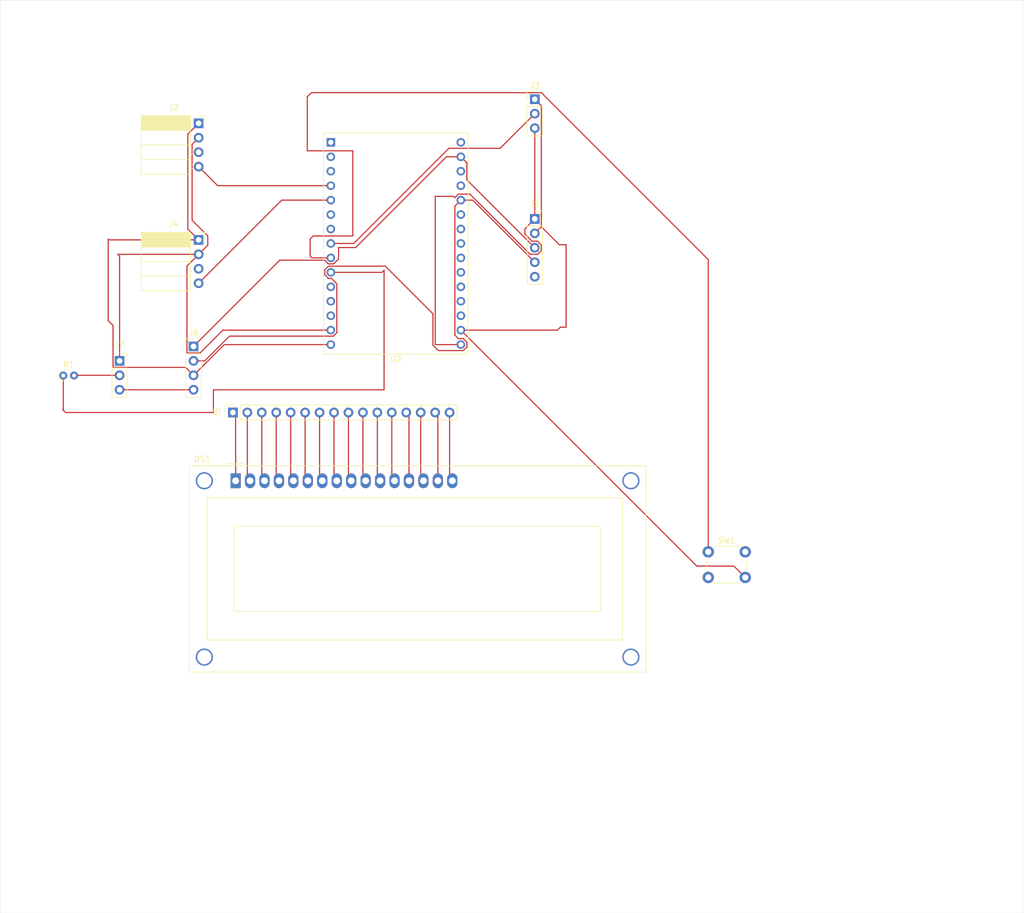
<source format=kicad_pcb>
(kicad_pcb (version 20241229) (generator "pcbnew") (generator_version "9.0")
  (layers (0 "F.Cu" signal) (2 "B.Cu" signal) (13 "F.Paste" user) (15 "B.Paste" user) (5 "F.SilkS" user "F.Silkscreen") (7 "B.SilkS" user "B.Silkscreen") (1 "F.Mask" user) (3 "B.Mask" user) (25 "Edge.Cuts" user))
  (net 0 "")
  (net 4 "SDA")
  (net 14 "SCL")
  (net 17 "3V")
  (net 19 "T_E")
  (net 20 "DIN_B")
  (net 23 "INT")
  (net 25 "5v")
  (net 26 "GND")
  (net 27 "AO_mq7")
  (net 28 "DO_mq7")
  (net 29 "AO_dht")
  (net 30 "DO_mq135")
  (net 31 "AO_mq135")
  (net 32 "VDD")
  (net 33 "VSS")
  (net 34 "A")
  (net 35 "E")
  (net 36 "V0")
  (net 37 "RW")
  (net 38 "K")
  (net 39 "RS")
  (net 40 "D4")
  (net 41 "D6")
  (net 42 "D3")
  (net 43 "D2")
  (net 44 "D7")
  (net 45 "D0")
  (net 46 "D1")
  (net 47 "D5")
  (net 49 "DIN_T")
  (net 50 "DOUT_T")
  (footprint "Connector_PinHeader_2.54mm:PinHeader_1x04_P2.54mm_Vertical" (layer "F.Cu") (at 75 115.38)
    (property "Reference" "J6" (at 0 -2.38 0) (layer "F.SilkS"))
    (property "Value" "I2C Output")
    (fp_line (start -1.38 -1.38) (end 0 -1.38) (stroke (width 0.12)) (layer "F.SilkS"))
    (fp_line (start -1.38 0) (end -1.38 -1.38) (stroke (width 0.12)) (layer "F.SilkS"))
    (fp_line (start -1.38 1.27) (end -1.38 9) (stroke (width 0.12)) (layer "F.SilkS"))
    (fp_line (start -1.38 1.27) (end 1.38 1.27) (stroke (width 0.12)) (layer "F.SilkS"))
    (fp_line (start -1.38 9) (end 1.38 9) (stroke (width 0.12)) (layer "F.SilkS"))
    (fp_line (start 1.38 1.27) (end 1.38 9) (stroke (width 0.12)) (layer "F.SilkS"))
    (pad "1" thru_hole rect (at 0 0) (size 1.7 1.7) (drill 1) (layers "*.Cu" "*.Mask") (net 14 "SCL"))
    (pad "2" thru_hole circle (at 0 2.54) (size 1.7 1.7) (drill 1) (layers "*.Cu" "*.Mask") (net 4 "SDA"))
    (pad "3" thru_hole circle (at 0 5.08) (size 1.7 1.7) (drill 1) (layers "*.Cu" "*.Mask") (net 25 "5v"))
    (pad "4" thru_hole circle (at 0 7.62) (size 1.7 1.7) (drill 1) (layers "*.Cu" "*.Mask") (net 19 "T_E"))
  )
  (footprint "RF_Module:ESP32-C3-DevKitM-1" (layer "F.Cu") (at 99.14 79.5)
    (property "Reference" "U2" (at 11.43 38.1 0) (layer "F.SilkS"))
    (property "Value" "ESP32 NodeMCU")
    (fp_line (start -1.27 -1.68) (end 24.13 -1.68) (stroke (width 0.12)) (layer "F.SilkS"))
    (fp_line (start -1.27 37.24) (end -1.27 -1.68) (stroke (width 0.12)) (layer "F.SilkS"))
    (fp_line (start 24.13 -1.68) (end 24.13 37.24) (stroke (width 0.12)) (layer "F.SilkS"))
    (fp_line (start 24.13 37.24) (end -1.27 37.24) (stroke (width 0.12)) (layer "F.SilkS"))
    (pad "1" thru_hole rect (at 0 0) (size 1.5 1.5) (drill 0.9) (layers "*.Cu" "*.Mask"))
    (pad "2" thru_hole circle (at 0 2.54) (size 1.5 1.5) (drill 0.9) (layers "*.Cu" "*.Mask"))
    (pad "3" thru_hole circle (at 0 5.08) (size 1.5 1.5) (drill 0.9) (layers "*.Cu" "*.Mask"))
    (pad "4" thru_hole circle (at 0 7.62) (size 1.5 1.5) (drill 0.9) (layers "*.Cu" "*.Mask") (net 27 "AO_mq7"))
    (pad "5" thru_hole circle (at 0 10.16) (size 1.5 1.5) (drill 0.9) (layers "*.Cu" "*.Mask") (net 31 "AO_mq135"))
    (pad "6" thru_hole circle (at 0 12.7) (size 1.5 1.5) (drill 0.9) (layers "*.Cu" "*.Mask"))
    (pad "7" thru_hole circle (at 0 15.24) (size 1.5 1.5) (drill 0.9) (layers "*.Cu" "*.Mask"))
    (pad "8" thru_hole circle (at 0 17.78) (size 1.5 1.5) (drill 0.9) (layers "*.Cu" "*.Mask") (net 29 "AO_dht"))
    (pad "9" thru_hole circle (at 0 20.32) (size 1.5 1.5) (drill 0.9) (layers "*.Cu" "*.Mask") (net 20 "DIN_B"))
    (pad "10" thru_hole circle (at 0 22.86) (size 1.5 1.5) (drill 0.9) (layers "*.Cu" "*.Mask") (net 50 "DOUT_T"))
    (pad "11" thru_hole circle (at 0 25.4) (size 1.5 1.5) (drill 0.9) (layers "*.Cu" "*.Mask"))
    (pad "12" thru_hole circle (at 0 27.94) (size 1.5 1.5) (drill 0.9) (layers "*.Cu" "*.Mask"))
    (pad "13" thru_hole circle (at 0 30.48) (size 1.5 1.5) (drill 0.9) (layers "*.Cu" "*.Mask"))
    (pad "14" thru_hole circle (at 0 33.02) (size 1.5 1.5) (drill 0.9) (layers "*.Cu" "*.Mask") (net 26 "GND"))
    (pad "15" thru_hole circle (at 0 35.56) (size 1.5 1.5) (drill 0.9) (layers "*.Cu" "*.Mask") (net 25 "5v"))
    (pad "16" thru_hole circle (at 22.86 35.56) (size 1.5 1.5) (drill 0.9) (layers "*.Cu" "*.Mask") (net 17 "3V"))
    (pad "17" thru_hole circle (at 22.86 33.02) (size 1.5 1.5) (drill 0.9) (layers "*.Cu" "*.Mask") (net 26 "GND"))
    (pad "18" thru_hole circle (at 22.86 30.48) (size 1.5 1.5) (drill 0.9) (layers "*.Cu" "*.Mask"))
    (pad "19" thru_hole circle (at 22.86 27.94) (size 1.5 1.5) (drill 0.9) (layers "*.Cu" "*.Mask"))
    (pad "20" thru_hole circle (at 22.86 25.4) (size 1.5 1.5) (drill 0.9) (layers "*.Cu" "*.Mask"))
    (pad "21" thru_hole circle (at 22.86 22.86) (size 1.5 1.5) (drill 0.9) (layers "*.Cu" "*.Mask"))
    (pad "22" thru_hole circle (at 22.86 20.32) (size 1.5 1.5) (drill 0.9) (layers "*.Cu" "*.Mask"))
    (pad "23" thru_hole circle (at 22.86 17.78) (size 1.5 1.5) (drill 0.9) (layers "*.Cu" "*.Mask"))
    (pad "24" thru_hole circle (at 22.86 15.24) (size 1.5 1.5) (drill 0.9) (layers "*.Cu" "*.Mask"))
    (pad "25" thru_hole circle (at 22.86 12.7) (size 1.5 1.5) (drill 0.9) (layers "*.Cu" "*.Mask"))
    (pad "26" thru_hole circle (at 22.86 10.16) (size 1.5 1.5) (drill 0.9) (layers "*.Cu" "*.Mask") (net 4 "SDA"))
    (pad "27" thru_hole circle (at 22.86 7.62) (size 1.5 1.5) (drill 0.9) (layers "*.Cu" "*.Mask"))
    (pad "28" thru_hole circle (at 22.86 5.08) (size 1.5 1.5) (drill 0.9) (layers "*.Cu" "*.Mask"))
    (pad "29" thru_hole circle (at 22.86 2.54) (size 1.5 1.5) (drill 0.9) (layers "*.Cu" "*.Mask") (net 14 "SCL"))
    (pad "30" thru_hole circle (at 22.86 0) (size 1.5 1.5) (drill 0.9) (layers "*.Cu" "*.Mask"))
  )
  (footprint "Display:WC1602A" (layer "F.Cu") (at 82.4 139)
    (property "Reference" "DS1" (at -5.82 -3.81 0) (layer "F.SilkS"))
    (property "Value" "WC1602A" (hide yes))
    (fp_line (start -8.14 -2.64) (end -8.14 33.64) (stroke (width 0.12)) (layer "F.SilkS"))
    (fp_line (start -8.14 33.64) (end 72.14 33.64) (stroke (width 0.12)) (layer "F.SilkS"))
    (fp_line (start -8.13 -2.64) (end -7.34 -2.64) (stroke (width 0.12)) (layer "F.SilkS"))
    (fp_line (start -5 3) (end 68 3) (stroke (width 0.12)) (layer "F.SilkS"))
    (fp_line (start -5 28) (end -5 3) (stroke (width 0.12)) (layer "F.SilkS"))
    (fp_line (start -1.5 -3) (end 1.5 -3) (stroke (width 0.12)) (layer "F.SilkS"))
    (fp_line (start -0.29972 22.49932) (end -0.29972 8.5) (stroke (width 0.12)) (layer "F.SilkS"))
    (fp_line (start 0.2 8) (end 63.7 8) (stroke (width 0.12)) (layer "F.SilkS"))
    (fp_line (start 63.70066 23) (end 0.2 23) (stroke (width 0.12)) (layer "F.SilkS"))
    (fp_line (start 64.2 8.5) (end 64.2 22.5) (stroke (width 0.12)) (layer "F.SilkS"))
    (fp_line (start 68 3) (end 68 28) (stroke (width 0.12)) (layer "F.SilkS"))
    (fp_line (start 68 28) (end -5 28) (stroke (width 0.12)) (layer "F.SilkS"))
    (fp_line (start 72.14 -2.64) (end -7.34 -2.64) (stroke (width 0.12)) (layer "F.SilkS"))
    (fp_line (start 72.14 33.64) (end 72.14 -2.64) (stroke (width 0.12)) (layer "F.SilkS"))
    (fp_arc (start -0.29972 8.49884) (mid -0.153162 8.145018) (end 0.20066 7.99846) (stroke (width 0.12)) (layer "F.SilkS"))
    (fp_arc (start 0.20066 22.9997) (mid -0.153162 22.853142) (end -0.29972 22.49932) (stroke (width 0.12)) (layer "F.SilkS"))
    (fp_arc (start 63.7 8) (mid 64.053553 8.146447) (end 64.2 8.5) (stroke (width 0.12)) (layer "F.SilkS"))
    (fp_arc (start 64.20104 22.49932) (mid 64.054482 22.853142) (end 63.70066 22.9997) (stroke (width 0.12)) (layer "F.SilkS"))
    (pad "" thru_hole circle (at -5.4991 0) (size 3 3) (drill 2.5) (layers "*.Cu" "*.Mask"))
    (pad "" thru_hole circle (at -5.4991 31.0007) (size 3 3) (drill 2.5) (layers "*.Cu" "*.Mask"))
    (pad "" thru_hole circle (at 69.49948 31.0007) (size 3 3) (drill 2.5) (layers "*.Cu" "*.Mask"))
    (pad "" thru_hole circle (at 69.5 0) (size 3 3) (drill 2.5) (layers "*.Cu" "*.Mask"))
    (pad "1" thru_hole rect (at 0 0) (size 1.8 2.6) (drill 1.2) (layers "*.Cu" "*.Mask") (net 33 "VSS"))
    (pad "2" thru_hole oval (at 2.54 0) (size 1.8 2.6) (drill 1.2) (layers "*.Cu" "*.Mask") (net 32 "VDD"))
    (pad "3" thru_hole oval (at 5.08 0) (size 1.8 2.6) (drill 1.2) (layers "*.Cu" "*.Mask") (net 36 "V0"))
    (pad "4" thru_hole oval (at 7.62 0) (size 1.8 2.6) (drill 1.2) (layers "*.Cu" "*.Mask") (net 39 "RS"))
    (pad "5" thru_hole oval (at 10.16 0) (size 1.8 2.6) (drill 1.2) (layers "*.Cu" "*.Mask") (net 37 "RW"))
    (pad "6" thru_hole oval (at 12.7 0) (size 1.8 2.6) (drill 1.2) (layers "*.Cu" "*.Mask") (net 35 "E"))
    (pad "7" thru_hole oval (at 15.24 0) (size 1.8 2.6) (drill 1.2) (layers "*.Cu" "*.Mask") (net 45 "D0"))
    (pad "8" thru_hole oval (at 17.78 0) (size 1.8 2.6) (drill 1.2) (layers "*.Cu" "*.Mask") (net 46 "D1"))
    (pad "9" thru_hole oval (at 20.32 0) (size 1.8 2.6) (drill 1.2) (layers "*.Cu" "*.Mask") (net 43 "D2"))
    (pad "10" thru_hole oval (at 22.86 0) (size 1.8 2.6) (drill 1.2) (layers "*.Cu" "*.Mask") (net 42 "D3"))
    (pad "11" thru_hole oval (at 25.4 0) (size 1.8 2.6) (drill 1.2) (layers "*.Cu" "*.Mask") (net 40 "D4"))
    (pad "12" thru_hole oval (at 27.94 0) (size 1.8 2.6) (drill 1.2) (layers "*.Cu" "*.Mask") (net 47 "D5"))
    (pad "13" thru_hole oval (at 30.48 0) (size 1.8 2.6) (drill 1.2) (layers "*.Cu" "*.Mask") (net 41 "D6"))
    (pad "14" thru_hole oval (at 33.02 0) (size 1.8 2.6) (drill 1.2) (layers "*.Cu" "*.Mask") (net 44 "D7"))
    (pad "15" thru_hole oval (at 35.56 0) (size 1.8 2.6) (drill 1.2) (layers "*.Cu" "*.Mask") (net 34 "A"))
    (pad "16" thru_hole oval (at 38.1 0) (size 1.8 2.6) (drill 1.2) (layers "*.Cu" "*.Mask") (net 38 "K"))
  )
  (footprint "Resistor_THT:R_Axial_DIN0204_L3.6mm_D1.6mm_P1.90mm_Vertical" (layer "F.Cu") (at 52.1 120.5)
    (property "Reference" "R1" (at 0.95 -1.92 0) (layer "F.SilkS"))
    (property "Value" "470 Ohm")
    (fp_arc (start 0.417133 0.82) (mid -0.92 0) (end 0.417133 -0.82) (stroke (width 0.12)) (layer "F.SilkS"))
    (pad "1" thru_hole circle (at 0 0) (size 1.4 1.4) (drill 0.7) (layers "*.Cu" "*.Mask") (net 50 "DOUT_T"))
    (pad "2" thru_hole circle (at 1.9 0) (size 1.4 1.4) (drill 0.7) (layers "*.Cu" "*.Mask") (net 49 "DIN_T"))
  )
  (footprint "Connector_PinSocket_2.54mm:PinSocket_1x03_P2.54mm_Vertical" (layer "F.Cu") (at 62 117.92)
    (property "Reference" "J7" (at 0 -2.77 0) (layer "F.SilkS"))
    (property "Value" "TO-92 S9013 NPN")
    (fp_line (start -1.33 1.27) (end -1.33 6.41) (stroke (width 0.12)) (layer "F.SilkS"))
    (fp_line (start -1.33 1.27) (end 1.33 1.27) (stroke (width 0.12)) (layer "F.SilkS"))
    (fp_line (start -1.33 6.41) (end 1.33 6.41) (stroke (width 0.12)) (layer "F.SilkS"))
    (fp_line (start 0 -1.33) (end 1.33 -1.33) (stroke (width 0.12)) (layer "F.SilkS"))
    (fp_line (start 1.33 -1.33) (end 1.33 0) (stroke (width 0.12)) (layer "F.SilkS"))
    (fp_line (start 1.33 1.27) (end 1.33 6.41) (stroke (width 0.12)) (layer "F.SilkS"))
    (pad "1" thru_hole rect (at 0 0) (size 1.7 1.7) (drill 1) (layers "*.Cu" "*.Mask") (net 26 "GND"))
    (pad "2" thru_hole circle (at 0 2.54) (size 1.7 1.7) (drill 1) (layers "*.Cu" "*.Mask") (net 49 "DIN_T"))
    (pad "3" thru_hole circle (at 0 5.08) (size 1.7 1.7) (drill 1) (layers "*.Cu" "*.Mask") (net 19 "T_E"))
  )
  (footprint "Connector_PinSocket_2.54mm:PinSocket_1x04_P2.54mm_Horizontal" (layer "F.Cu") (at 75.9 96.65)
    (property "Reference" "J4" (at -4.38 -2.77 0) (layer "F.SilkS"))
    (property "Value" "MQ135")
    (fp_line (start -10.09 -1.33) (end -10.09 8.95) (stroke (width 0.12)) (layer "F.SilkS"))
    (fp_line (start -10.09 -1.33) (end -1.46 -1.33) (stroke (width 0.12)) (layer "F.SilkS"))
    (fp_line (start -10.09 -1.21) (end -1.46 -1.21) (stroke (width 0.12)) (layer "F.SilkS"))
    (fp_line (start -10.09 -1.091905) (end -1.46 -1.091905) (stroke (width 0.12)) (layer "F.SilkS"))
    (fp_line (start -10.09 -0.97381) (end -1.46 -0.97381) (stroke (width 0.12)) (layer "F.SilkS"))
    (fp_line (start -10.09 -0.855715) (end -1.46 -0.855715) (stroke (width 0.12)) (layer "F.SilkS"))
    (fp_line (start -10.09 -0.73762) (end -1.46 -0.73762) (stroke (width 0.12)) (layer "F.SilkS"))
    (fp_line (start -10.09 -0.619525) (end -1.46 -0.619525) (stroke (width 0.12)) (layer "F.SilkS"))
    (fp_line (start -10.09 -0.50143) (end -1.46 -0.50143) (stroke (width 0.12)) (layer "F.SilkS"))
    (fp_line (start -10.09 -0.383335) (end -1.46 -0.383335) (stroke (width 0.12)) (layer "F.SilkS"))
    (fp_line (start -10.09 -0.26524) (end -1.46 -0.26524) (stroke (width 0.12)) (layer "F.SilkS"))
    (fp_line (start -10.09 -0.147145) (end -1.46 -0.147145) (stroke (width 0.12)) (layer "F.SilkS"))
    (fp_line (start -10.09 -0.02905) (end -1.46 -0.02905) (stroke (width 0.12)) (layer "F.SilkS"))
    (fp_line (start -10.09 0.089045) (end -1.46 0.089045) (stroke (width 0.12)) (layer "F.SilkS"))
    (fp_line (start -10.09 0.20714) (end -1.46 0.20714) (stroke (width 0.12)) (layer "F.SilkS"))
    (fp_line (start -10.09 0.325235) (end -1.46 0.325235) (stroke (width 0.12)) (layer "F.SilkS"))
    (fp_line (start -10.09 0.44333) (end -1.46 0.44333) (stroke (width 0.12)) (layer "F.SilkS"))
    (fp_line (start -10.09 0.561425) (end -1.46 0.561425) (stroke (width 0.12)) (layer "F.SilkS"))
    (fp_line (start -10.09 0.67952) (end -1.46 0.67952) (stroke (width 0.12)) (layer "F.SilkS"))
    (fp_line (start -10.09 0.797615) (end -1.46 0.797615) (stroke (width 0.12)) (layer "F.SilkS"))
    (fp_line (start -10.09 0.91571) (end -1.46 0.91571) (stroke (width 0.12)) (layer "F.SilkS"))
    (fp_line (start -10.09 1.033805) (end -1.46 1.033805) (stroke (width 0.12)) (layer "F.SilkS"))
    (fp_line (start -10.09 1.1519) (end -1.46 1.1519) (stroke (width 0.12)) (layer "F.SilkS"))
    (fp_line (start -10.09 1.27) (end -1.46 1.27) (stroke (width 0.12)) (layer "F.SilkS"))
    (fp_line (start -10.09 3.81) (end -1.46 3.81) (stroke (width 0.12)) (layer "F.SilkS"))
    (fp_line (start -10.09 6.35) (end -1.46 6.35) (stroke (width 0.12)) (layer "F.SilkS"))
    (fp_line (start -10.09 8.95) (end -1.46 8.95) (stroke (width 0.12)) (layer "F.SilkS"))
    (fp_line (start -1.46 -1.33) (end -1.46 8.95) (stroke (width 0.12)) (layer "F.SilkS"))
    (fp_line (start -1.46 -0.36) (end -1.11 -0.36) (stroke (width 0.12)) (layer "F.SilkS"))
    (fp_line (start -1.46 0.36) (end -1.11 0.36) (stroke (width 0.12)) (layer "F.SilkS"))
    (fp_line (start -1.46 2.18) (end -1.05 2.18) (stroke (width 0.12)) (layer "F.SilkS"))
    (fp_line (start -1.46 2.9) (end -1.05 2.9) (stroke (width 0.12)) (layer "F.SilkS"))
    (fp_line (start -1.46 4.72) (end -1.05 4.72) (stroke (width 0.12)) (layer "F.SilkS"))
    (fp_line (start -1.46 5.44) (end -1.05 5.44) (stroke (width 0.12)) (layer "F.SilkS"))
    (fp_line (start -1.46 7.26) (end -1.05 7.26) (stroke (width 0.12)) (layer "F.SilkS"))
    (fp_line (start -1.46 7.98) (end -1.05 7.98) (stroke (width 0.12)) (layer "F.SilkS"))
    (fp_line (start 0 -1.33) (end 1.11 -1.33) (stroke (width 0.12)) (layer "F.SilkS"))
    (fp_line (start 1.11 -1.33) (end 1.11 0) (stroke (width 0.12)) (layer "F.SilkS"))
    (pad "1" thru_hole rect (at 0 0) (size 1.7 1.7) (drill 1) (layers "*.Cu" "*.Mask") (net 25 "5v"))
    (pad "2" thru_hole circle (at 0 2.54) (size 1.7 1.7) (drill 1) (layers "*.Cu" "*.Mask") (net 26 "GND"))
    (pad "3" thru_hole circle (at 0 5.08) (size 1.7 1.7) (drill 1) (layers "*.Cu" "*.Mask") (net 30 "DO_mq135"))
    (pad "4" thru_hole circle (at 0 7.62) (size 1.7 1.7) (drill 1) (layers "*.Cu" "*.Mask") (net 31 "AO_mq135"))
  )
  (footprint "Connector_PinSocket_2.54mm:PinSocket_1x05_P2.54mm_Vertical" (layer "F.Cu") (at 135 92.96)
    (property "Reference" "J1" (at 0 -2.77 0) (layer "F.SilkS"))
    (property "Value" "TSL2561")
    (fp_line (start -1.33 1.27) (end -1.33 11.49) (stroke (width 0.12)) (layer "F.SilkS"))
    (fp_line (start -1.33 1.27) (end 1.33 1.27) (stroke (width 0.12)) (layer "F.SilkS"))
    (fp_line (start -1.33 11.49) (end 1.33 11.49) (stroke (width 0.12)) (layer "F.SilkS"))
    (fp_line (start 0 -1.33) (end 1.33 -1.33) (stroke (width 0.12)) (layer "F.SilkS"))
    (fp_line (start 1.33 -1.33) (end 1.33 0) (stroke (width 0.12)) (layer "F.SilkS"))
    (fp_line (start 1.33 1.27) (end 1.33 11.49) (stroke (width 0.12)) (layer "F.SilkS"))
    (pad "1" thru_hole rect (at 0 0) (size 1.7 1.7) (drill 1) (layers "*.Cu" "*.Mask") (net 17 "3V"))
    (pad "2" thru_hole circle (at 0 2.54) (size 1.7 1.7) (drill 1) (layers "*.Cu" "*.Mask") (net 26 "GND"))
    (pad "3" thru_hole circle (at 0 5.08) (size 1.7 1.7) (drill 1) (layers "*.Cu" "*.Mask") (net 14 "SCL"))
    (pad "4" thru_hole circle (at 0 7.62) (size 1.7 1.7) (drill 1) (layers "*.Cu" "*.Mask") (net 4 "SDA"))
    (pad "5" thru_hole circle (at 0 10.16) (size 1.7 1.7) (drill 1) (layers "*.Cu" "*.Mask") (net 23 "INT"))
  )
  (footprint "Connector_PinHeader_2.54mm:PinHeader_1x03_P2.54mm_Vertical" (layer "F.Cu") (at 135 71.92)
    (property "Reference" "J3" (at 0 -2.38 0) (layer "F.SilkS"))
    (property "Value" "DHT22")
    (fp_line (start -1.38 -1.38) (end 0 -1.38) (stroke (width 0.12)) (layer "F.SilkS"))
    (fp_line (start -1.38 0) (end -1.38 -1.38) (stroke (width 0.12)) (layer "F.SilkS"))
    (fp_line (start -1.38 1.27) (end -1.38 6.46) (stroke (width 0.12)) (layer "F.SilkS"))
    (fp_line (start -1.38 1.27) (end 1.38 1.27) (stroke (width 0.12)) (layer "F.SilkS"))
    (fp_line (start -1.38 6.46) (end 1.38 6.46) (stroke (width 0.12)) (layer "F.SilkS"))
    (fp_line (start 1.38 1.27) (end 1.38 6.46) (stroke (width 0.12)) (layer "F.SilkS"))
    (pad "1" thru_hole rect (at 0 0) (size 1.7 1.7) (drill 1) (layers "*.Cu" "*.Mask") (net 26 "GND"))
    (pad "2" thru_hole circle (at 0 2.54) (size 1.7 1.7) (drill 1) (layers "*.Cu" "*.Mask") (net 29 "AO_dht"))
    (pad "3" thru_hole circle (at 0 5.08) (size 1.7 1.7) (drill 1) (layers "*.Cu" "*.Mask") (net 17 "3V"))
  )
  (footprint "Connector_PinSocket_2.54mm:PinSocket_1x04_P2.54mm_Horizontal" (layer "F.Cu") (at 75.9 76.15)
    (property "Reference" "J2" (at -4.38 -2.77 0) (layer "F.SilkS"))
    (property "Value" "MQ7")
    (fp_line (start -10.09 -1.33) (end -10.09 8.95) (stroke (width 0.12)) (layer "F.SilkS"))
    (fp_line (start -10.09 -1.33) (end -1.46 -1.33) (stroke (width 0.12)) (layer "F.SilkS"))
    (fp_line (start -10.09 -1.21) (end -1.46 -1.21) (stroke (width 0.12)) (layer "F.SilkS"))
    (fp_line (start -10.09 -1.091905) (end -1.46 -1.091905) (stroke (width 0.12)) (layer "F.SilkS"))
    (fp_line (start -10.09 -0.97381) (end -1.46 -0.97381) (stroke (width 0.12)) (layer "F.SilkS"))
    (fp_line (start -10.09 -0.855715) (end -1.46 -0.855715) (stroke (width 0.12)) (layer "F.SilkS"))
    (fp_line (start -10.09 -0.73762) (end -1.46 -0.73762) (stroke (width 0.12)) (layer "F.SilkS"))
    (fp_line (start -10.09 -0.619525) (end -1.46 -0.619525) (stroke (width 0.12)) (layer "F.SilkS"))
    (fp_line (start -10.09 -0.50143) (end -1.46 -0.50143) (stroke (width 0.12)) (layer "F.SilkS"))
    (fp_line (start -10.09 -0.383335) (end -1.46 -0.383335) (stroke (width 0.12)) (layer "F.SilkS"))
    (fp_line (start -10.09 -0.26524) (end -1.46 -0.26524) (stroke (width 0.12)) (layer "F.SilkS"))
    (fp_line (start -10.09 -0.147145) (end -1.46 -0.147145) (stroke (width 0.12)) (layer "F.SilkS"))
    (fp_line (start -10.09 -0.02905) (end -1.46 -0.02905) (stroke (width 0.12)) (layer "F.SilkS"))
    (fp_line (start -10.09 0.089045) (end -1.46 0.089045) (stroke (width 0.12)) (layer "F.SilkS"))
    (fp_line (start -10.09 0.20714) (end -1.46 0.20714) (stroke (width 0.12)) (layer "F.SilkS"))
    (fp_line (start -10.09 0.325235) (end -1.46 0.325235) (stroke (width 0.12)) (layer "F.SilkS"))
    (fp_line (start -10.09 0.44333) (end -1.46 0.44333) (stroke (width 0.12)) (layer "F.SilkS"))
    (fp_line (start -10.09 0.561425) (end -1.46 0.561425) (stroke (width 0.12)) (layer "F.SilkS"))
    (fp_line (start -10.09 0.67952) (end -1.46 0.67952) (stroke (width 0.12)) (layer "F.SilkS"))
    (fp_line (start -10.09 0.797615) (end -1.46 0.797615) (stroke (width 0.12)) (layer "F.SilkS"))
    (fp_line (start -10.09 0.91571) (end -1.46 0.91571) (stroke (width 0.12)) (layer "F.SilkS"))
    (fp_line (start -10.09 1.033805) (end -1.46 1.033805) (stroke (width 0.12)) (layer "F.SilkS"))
    (fp_line (start -10.09 1.1519) (end -1.46 1.1519) (stroke (width 0.12)) (layer "F.SilkS"))
    (fp_line (start -10.09 1.27) (end -1.46 1.27) (stroke (width 0.12)) (layer "F.SilkS"))
    (fp_line (start -10.09 3.81) (end -1.46 3.81) (stroke (width 0.12)) (layer "F.SilkS"))
    (fp_line (start -10.09 6.35) (end -1.46 6.35) (stroke (width 0.12)) (layer "F.SilkS"))
    (fp_line (start -10.09 8.95) (end -1.46 8.95) (stroke (width 0.12)) (layer "F.SilkS"))
    (fp_line (start -1.46 -1.33) (end -1.46 8.95) (stroke (width 0.12)) (layer "F.SilkS"))
    (fp_line (start -1.46 -0.36) (end -1.11 -0.36) (stroke (width 0.12)) (layer "F.SilkS"))
    (fp_line (start -1.46 0.36) (end -1.11 0.36) (stroke (width 0.12)) (layer "F.SilkS"))
    (fp_line (start -1.46 2.18) (end -1.05 2.18) (stroke (width 0.12)) (layer "F.SilkS"))
    (fp_line (start -1.46 2.9) (end -1.05 2.9) (stroke (width 0.12)) (layer "F.SilkS"))
    (fp_line (start -1.46 4.72) (end -1.05 4.72) (stroke (width 0.12)) (layer "F.SilkS"))
    (fp_line (start -1.46 5.44) (end -1.05 5.44) (stroke (width 0.12)) (layer "F.SilkS"))
    (fp_line (start -1.46 7.26) (end -1.05 7.26) (stroke (width 0.12)) (layer "F.SilkS"))
    (fp_line (start -1.46 7.98) (end -1.05 7.98) (stroke (width 0.12)) (layer "F.SilkS"))
    (fp_line (start 0 -1.33) (end 1.11 -1.33) (stroke (width 0.12)) (layer "F.SilkS"))
    (fp_line (start 1.11 -1.33) (end 1.11 0) (stroke (width 0.12)) (layer "F.SilkS"))
    (pad "1" thru_hole rect (at 0 0) (size 1.7 1.7) (drill 1) (layers "*.Cu" "*.Mask") (net 25 "5v"))
    (pad "2" thru_hole circle (at 0 2.54) (size 1.7 1.7) (drill 1) (layers "*.Cu" "*.Mask") (net 26 "GND"))
    (pad "3" thru_hole circle (at 0 5.08) (size 1.7 1.7) (drill 1) (layers "*.Cu" "*.Mask") (net 28 "DO_mq7"))
    (pad "4" thru_hole circle (at 0 7.62) (size 1.7 1.7) (drill 1) (layers "*.Cu" "*.Mask") (net 27 "AO_mq7"))
  )
  (footprint "Button_Switch_THT:SW_PUSH_6mm" (layer "F.Cu") (at 165.5 151.5)
    (property "Reference" "SW1" (at 3.25 -2 0) (layer "F.SilkS"))
    (property "Value" "SW_Push_Dual")
    (fp_line (start -0.25 1.5) (end -0.25 3) (stroke (width 0.12)) (layer "F.SilkS"))
    (fp_line (start 1 5.5) (end 5.5 5.5) (stroke (width 0.12)) (layer "F.SilkS"))
    (fp_line (start 5.5 -1) (end 1 -1) (stroke (width 0.12)) (layer "F.SilkS"))
    (fp_line (start 6.75 3) (end 6.75 1.5) (stroke (width 0.12)) (layer "F.SilkS"))
    (pad "1" thru_hole circle (at 0 0 90) (size 2 2) (drill 1.1) (layers "*.Cu" "*.Mask") (net 20 "DIN_B"))
    (pad "2" thru_hole circle (at 6.5 0 90) (size 2 2) (drill 1.1) (layers "*.Cu" "*.Mask"))
    (pad "3" thru_hole circle (at 0 4.5 90) (size 2 2) (drill 1.1) (layers "*.Cu" "*.Mask"))
    (pad "4" thru_hole circle (at 6.5 4.5 90) (size 2 2) (drill 1.1) (layers "*.Cu" "*.Mask") (net 26 "GND"))
  )
  (footprint "Connector_PinSocket_2.54mm:PinSocket_1x16_P2.54mm_Vertical" (layer "F.Cu") (at 81.92 127 90)
    (property "Reference" "J5" (at 0 -2.77 90) (layer "F.SilkS"))
    (property "Value" "I2C Adapter")
    (fp_line (start 1.33 -1.33) (end 1.33 0) (stroke (width 0.12)) (layer "F.SilkS"))
    (fp_line (start 0 -1.33) (end 1.33 -1.33) (stroke (width 0.12)) (layer "F.SilkS"))
    (fp_line (start 1.33 1.27) (end 1.33 39.43) (stroke (width 0.12)) (layer "F.SilkS"))
    (fp_line (start -1.33 1.27) (end 1.33 1.27) (stroke (width 0.12)) (layer "F.SilkS"))
    (fp_line (start -1.33 1.27) (end -1.33 39.43) (stroke (width 0.12)) (layer "F.SilkS"))
    (fp_line (start -1.33 39.43) (end 1.33 39.43) (stroke (width 0.12)) (layer "F.SilkS"))
    (pad "1" thru_hole rect (at 0 0 90) (size 1.7 1.7) (drill 1) (layers "*.Cu" "*.Mask") (net 33 "VSS"))
    (pad "2" thru_hole circle (at 0 2.54 90) (size 1.7 1.7) (drill 1) (layers "*.Cu" "*.Mask") (net 32 "VDD"))
    (pad "3" thru_hole circle (at 0 5.08 90) (size 1.7 1.7) (drill 1) (layers "*.Cu" "*.Mask") (net 36 "V0"))
    (pad "4" thru_hole circle (at 0 7.62 90) (size 1.7 1.7) (drill 1) (layers "*.Cu" "*.Mask") (net 39 "RS"))
    (pad "5" thru_hole circle (at 0 10.16 90) (size 1.7 1.7) (drill 1) (layers "*.Cu" "*.Mask") (net 37 "RW"))
    (pad "6" thru_hole circle (at 0 12.7 90) (size 1.7 1.7) (drill 1) (layers "*.Cu" "*.Mask") (net 35 "E"))
    (pad "7" thru_hole circle (at 0 15.24 90) (size 1.7 1.7) (drill 1) (layers "*.Cu" "*.Mask") (net 45 "D0"))
    (pad "8" thru_hole circle (at 0 17.78 90) (size 1.7 1.7) (drill 1) (layers "*.Cu" "*.Mask") (net 46 "D1"))
    (pad "9" thru_hole circle (at 0 20.32 90) (size 1.7 1.7) (drill 1) (layers "*.Cu" "*.Mask") (net 43 "D2"))
    (pad "10" thru_hole circle (at 0 22.86 90) (size 1.7 1.7) (drill 1) (layers "*.Cu" "*.Mask") (net 42 "D3"))
    (pad "11" thru_hole circle (at 0 25.4 90) (size 1.7 1.7) (drill 1) (layers "*.Cu" "*.Mask") (net 40 "D4"))
    (pad "12" thru_hole circle (at 0 27.94 90) (size 1.7 1.7) (drill 1) (layers "*.Cu" "*.Mask") (net 47 "D5"))
    (pad "13" thru_hole circle (at 0 30.48 90) (size 1.7 1.7) (drill 1) (layers "*.Cu" "*.Mask") (net 41 "D6"))
    (pad "14" thru_hole circle (at 0 33.02 90) (size 1.7 1.7) (drill 1) (layers "*.Cu" "*.Mask") (net 44 "D7"))
    (pad "15" thru_hole circle (at 0 35.56 90) (size 1.7 1.7) (drill 1) (layers "*.Cu" "*.Mask") (net 34 "A"))
    (pad "16" thru_hole circle (at 0 38.1 90) (size 1.7 1.7) (drill 1) (layers "*.Cu" "*.Mask") (net 38 "K"))
  )
  (gr_rect (start 41 54.5) (end 221 215) (stroke (width 0.05)) (fill no) (layer "Edge.Cuts"))
  (segment (start 123.051 115.495339) (end 123.051 114.624661) (width 0.2) (layer "F.Cu") (net 4))
  (segment (start 123.051 114.624661) (end 122.435339 114.009) (width 0.2) (layer "F.Cu") (net 4))
  (segment (start 122.435339 114.009) (end 121.564661 114.009) (width 0.2) (layer "F.Cu") (net 4))
  (segment (start 76.9729 117.92) (end 81.3219 113.571) (width 0.2) (layer "F.Cu") (net 4))
  (segment (start 124.08 89.66) (end 122 89.66) (width 0.2) (layer "F.Cu") (net 4))
  (segment (start 135 100.58) (end 124.08 89.66) (width 0.2) (layer "F.Cu") (net 4))
  (segment (start 98.089 102.795339) (end 98.089 101.911) (width 0.2) (layer "F.Cu") (net 4))
  (segment (start 99.226339 103.411) (end 98.704661 103.411) (width 0.2) (layer "F.Cu") (net 4))
  (segment (start 98.728 101.272) (end 108.728 101.272) (width 0.2) (layer "F.Cu") (net 4))
  (segment (start 100.191 112.955339) (end 100.191 104.375661) (width 0.2) (layer "F.Cu") (net 4))
  (segment (start 98.089 101.911) (end 98.728 101.272) (width 0.2) (layer "F.Cu") (net 4))
  (segment (start 121.564661 114.009) (end 120.949 113.393339) (width 0.2) (layer "F.Cu") (net 4))
  (segment (start 108.728 101.272) (end 117.099 109.643) (width 0.2) (layer "F.Cu") (net 4))
  (segment (start 99.575339 113.571) (end 100.191 112.955339) (width 0.2) (layer "F.Cu") (net 4))
  (segment (start 117.099 109.643) (end 117.099 115.1661) (width 0.2) (layer "F.Cu") (net 4))
  (segment (start 98.704661 103.411) (end 98.089 102.795339) (width 0.2) (layer "F.Cu") (net 4))
  (segment (start 120.949 113.393339) (end 120.949 90.711) (width 0.2) (layer "F.Cu") (net 4))
  (segment (start 122.435339 116.111) (end 123.051 115.495339) (width 0.2) (layer "F.Cu") (net 4))
  (segment (start 81.3219 113.571) (end 99.575339 113.571) (width 0.2) (layer "F.Cu") (net 4))
  (segment (start 118.0439 116.111) (end 122.435339 116.111) (width 0.2) (layer "F.Cu") (net 4))
  (segment (start 100.191 104.375661) (end 99.226339 103.411) (width 0.2) (layer "F.Cu") (net 4))
  (segment (start 75 117.92) (end 76.9729 117.92) (width 0.2) (layer "F.Cu") (net 4))
  (segment (start 120.949 90.711) (end 122 89.66) (width 0.2) (layer "F.Cu") (net 4))
  (segment (start 117.099 115.1661) (end 118.0439 116.111) (width 0.2) (layer "F.Cu") (net 4))
  (segment (start 99.629 100.871) (end 100.5 100) (width 0.2) (layer "F.Cu") (net 14))
  (segment (start 123.051 83.091) (end 123.051 86.091) (width 0.2) (layer "F.Cu") (net 14))
  (segment (start 100.5 98) (end 103.5 98) (width 0.2) (layer "F.Cu") (net 14))
  (segment (start 100.5 100) (end 100.5 98) (width 0.2) (layer "F.Cu") (net 14))
  (segment (start 103.5 98) (end 119.46 82.04) (width 0.2) (layer "F.Cu") (net 14))
  (segment (start 122 82.04) (end 123.051 83.091) (width 0.2) (layer "F.Cu") (net 14))
  (segment (start 90.159 100.221) (end 98.054661 100.221) (width 0.2) (layer "F.Cu") (net 14))
  (segment (start 119.46 82.04) (end 122 82.04) (width 0.2) (layer "F.Cu") (net 14))
  (segment (start 98.054661 100.221) (end 98.704661 100.871) (width 0.2) (layer "F.Cu") (net 14))
  (segment (start 123.051 86.091) (end 135 98.04) (width 0.2) (layer "F.Cu") (net 14))
  (segment (start 75 115.38) (end 90.159 100.221) (width 0.2) (layer "F.Cu") (net 14))
  (segment (start 98.704661 100.871) (end 99.629 100.871) (width 0.2) (layer "F.Cu") (net 14))
  (segment (start 120.724339 89) (end 120.949 89.224661) (width 0.2) (layer "F.Cu") (net 17))
  (segment (start 136.151 97.56324) (end 136.151 98.51676) (width 0.2) (layer "F.Cu") (net 17))
  (segment (start 117.56 115.06) (end 117.5 115) (width 0.2) (layer "F.Cu") (net 17))
  (segment (start 136.151 98.51676) (end 135.47676 99.191) (width 0.2) (layer "F.Cu") (net 17))
  (segment (start 122 115.06) (end 117.56 115.06) (width 0.2) (layer "F.Cu") (net 17))
  (segment (start 133.26355 95.62931) (end 134.52324 96.889) (width 0.2) (layer "F.Cu") (net 17))
  (segment (start 135 77) (end 135 92.96) (width 0.2) (layer "F.Cu") (net 17))
  (segment (start 117.5 89) (end 120.724339 89) (width 0.2) (layer "F.Cu") (net 17))
  (segment (start 135 92.96) (end 133.26355 94.69645) (width 0.2) (layer "F.Cu") (net 17))
  (segment (start 117.5 115) (end 117.5 89) (width 0.2) (layer "F.Cu") (net 17))
  (segment (start 133.26355 94.69645) (end 133.26355 95.62931) (width 0.2) (layer "F.Cu") (net 17))
  (segment (start 135.47676 96.889) (end 136.151 97.56324) (width 0.2) (layer "F.Cu") (net 17))
  (segment (start 121.564661 88.609) (end 120.949 89.224661) (width 0.2) (layer "F.Cu") (net 17))
  (segment (start 134.52324 96.889) (end 135.47676 96.889) (width 0.2) (layer "F.Cu") (net 17))
  (segment (start 134.1781 99.191) (end 123.5961 88.609) (width 0.2) (layer "F.Cu") (net 17))
  (segment (start 123.5961 88.609) (end 121.564661 88.609) (width 0.2) (layer "F.Cu") (net 17))
  (segment (start 135.47676 99.191) (end 134.1781 99.191) (width 0.2) (layer "F.Cu") (net 17))
  (segment (start 75 123) (end 62 123) (width 0.2) (layer "F.Cu") (net 19))
  (segment (start 165.5 100.118) (end 136.151 70.769) (width 0.2) (layer "F.Cu") (net 20))
  (segment (start 136.151 70.769) (end 95.731 70.769) (width 0.2) (layer "F.Cu") (net 20))
  (segment (start 95.5 96.5) (end 95.5 99.5) (width 0.2) (layer "F.Cu") (net 20))
  (segment (start 95.82 99.82) (end 99.14 99.82) (width 0.2) (layer "F.Cu") (net 20))
  (segment (start 95.5 99.5) (end 95.82 99.82) (width 0.2) (layer "F.Cu") (net 20))
  (segment (start 103 95.96) (end 96.04 95.96) (width 0.2) (layer "F.Cu") (net 20))
  (segment (start 95.011 80.989) (end 102.989 80.989) (width 0.2) (layer "F.Cu") (net 20))
  (segment (start 102.989 80.989) (end 103 81) (width 0.2) (layer "F.Cu") (net 20))
  (segment (start 96.04 95.96) (end 95.5 96.5) (width 0.2) (layer "F.Cu") (net 20))
  (segment (start 95 71.5) (end 95 81) (width 0.2) (layer "F.Cu") (net 20))
  (segment (start 95.731 70.769) (end 95 71.5) (width 0.2) (layer "F.Cu") (net 20))
  (segment (start 165.5 151.5) (end 165.5 100.118) (width 0.2) (layer "F.Cu") (net 20))
  (segment (start 95 81) (end 95.011 80.989) (width 0.2) (layer "F.Cu") (net 20))
  (segment (start 103 81) (end 103 95.96) (width 0.2) (layer "F.Cu") (net 20))
  (segment (start 60.849 111.701) (end 60.849 119.071) (width 0.2) (layer "F.Cu") (net 25))
  (segment (start 60 110.852) (end 60.849 111.701) (width 0.2) (layer "F.Cu") (net 25))
  (segment (start 60.849 119.071) (end 73.611 119.071) (width 0.2) (layer "F.Cu") (net 25))
  (segment (start 99.14 115.06) (end 80.4 115.06) (width 0.2) (layer "F.Cu") (net 25))
  (segment (start 75.9 76.15) (end 74 78.05) (width 0.2) (layer "F.Cu") (net 25))
  (segment (start 75.9 96.65) (end 60.15 96.65) (width 0.2) (layer "F.Cu") (net 25))
  (segment (start 74 94.75) (end 75.9 96.65) (width 0.2) (layer "F.Cu") (net 25))
  (segment (start 80.4 115.06) (end 75 120.46) (width 0.2) (layer "F.Cu") (net 25))
  (segment (start 74 78.05) (end 74 94.75) (width 0.2) (layer "F.Cu") (net 25))
  (segment (start 60 96.5) (end 60 110.852) (width 0.2) (layer "F.Cu") (net 25))
  (segment (start 60.15 96.65) (end 60 96.5) (width 0.2) (layer "F.Cu") (net 25))
  (segment (start 73.611 119.071) (end 75 120.46) (width 0.2) (layer "F.Cu") (net 25))
  (segment (start 75.9 99.19) (end 61.69 99.19) (width 0.2) (layer "F.Cu") (net 26))
  (segment (start 80.162 112.52) (end 76.151 116.531) (width 0.2) (layer "F.Cu") (net 26))
  (segment (start 163.48 154) (end 122 112.52) (width 0.2) (layer "F.Cu") (net 26))
  (segment (start 77.5 97.59) (end 75.9 99.19) (width 0.2) (layer "F.Cu") (net 26))
  (segment (start 170 154) (end 163.48 154) (width 0.2) (layer "F.Cu") (net 26))
  (segment (start 139.5 112) (end 138.98 112.52) (width 0.2) (layer "F.Cu") (net 26))
  (segment (start 74.749 79.841) (end 74.749 93.197) (width 0.2) (layer "F.Cu") (net 26))
  (segment (start 140.5 97.5) (end 140.5 112) (width 0.2) (layer "F.Cu") (net 26))
  (segment (start 136.151 73.071) (end 135 71.92) (width 0.2) (layer "F.Cu") (net 26))
  (segment (start 75.9 78.69) (end 74.749 79.841) (width 0.2) (layer "F.Cu") (net 26))
  (segment (start 62 99.5) (end 62 117.92) (width 0.2) (layer "F.Cu") (net 26))
  (segment (start 140.5 97.5) (end 139.302 97.5) (width 0.2) (layer "F.Cu") (net 26))
  (segment (start 99.14 112.52) (end 80.162 112.52) (width 0.2) (layer "F.Cu") (net 26))
  (segment (start 73.849 101.241) (end 75.9 99.19) (width 0.2) (layer "F.Cu") (net 26))
  (segment (start 172 156) (end 170 154) (width 0.2) (layer "F.Cu") (net 26))
  (segment (start 135 95.5) (end 136.151 94.349) (width 0.2) (layer "F.Cu") (net 26))
  (segment (start 140.5 112) (end 139.5 112) (width 0.2) (layer "F.Cu") (net 26))
  (segment (start 139.302 97.5) (end 136.151 94.349) (width 0.2) (layer "F.Cu") (net 26))
  (segment (start 61.69 99.19) (end 62 99.5) (width 0.2) (layer "F.Cu") (net 26))
  (segment (start 136.151 94.349) (end 136.151 73.071) (width 0.2) (layer "F.Cu") (net 26))
  (segment (start 76.151 116.531) (end 73.849 116.531) (width 0.2) (layer "F.Cu") (net 26))
  (segment (start 74.749 93.197) (end 77.5 95.948) (width 0.2) (layer "F.Cu") (net 26))
  (segment (start 138.98 112.52) (end 122 112.52) (width 0.2) (layer "F.Cu") (net 26))
  (segment (start 77.5 95.948) (end 77.5 97.59) (width 0.2) (layer "F.Cu") (net 26))
  (segment (start 73.849 116.531) (end 73.849 101.241) (width 0.2) (layer "F.Cu") (net 26))
  (segment (start 79.25 87.12) (end 99.14 87.12) (width 0.2) (layer "F.Cu") (net 27))
  (segment (start 75.9 83.77) (end 79.25 87.12) (width 0.2) (layer "F.Cu") (net 27))
  (segment (start 128.909 80.551) (end 119.895339 80.551) (width 0.2) (layer "F.Cu") (net 29))
  (segment (start 119.895339 80.551) (end 103.166339 97.28) (width 0.2) (layer "F.Cu") (net 29))
  (segment (start 135 74.46) (end 128.909 80.551) (width 0.2) (layer "F.Cu") (net 29))
  (segment (start 103.166339 97.28) (end 99.14 97.28) (width 0.2) (layer "F.Cu") (net 29))
  (segment (start 75.9 104.27) (end 90.51 89.66) (width 0.2) (layer "F.Cu") (net 31))
  (segment (start 90.51 89.66) (end 99.14 89.66) (width 0.2) (layer "F.Cu") (net 31))
  (segment (start 84.46 138.52) (end 84.94 139) (width 0.2) (layer "F.Cu") (net 32))
  (segment (start 84.46 127) (end 84.46 138.52) (width 0.2) (layer "F.Cu") (net 32))
  (segment (start 82.4 139) (end 82.4 127.48) (width 0.2) (layer "F.Cu") (net 33))
  (segment (start 82.4 127.48) (end 81.92 127) (width 0.2) (layer "F.Cu") (net 33))
  (segment (start 117.96 139) (end 117.96 127.48) (width 0.2) (layer "F.Cu") (net 34))
  (segment (start 117.96 127.48) (end 117.48 127) (width 0.2) (layer "F.Cu") (net 34))
  (segment (start 94.62 127) (end 94.62 138.52) (width 0.2) (layer "F.Cu") (net 35))
  (segment (start 94.62 138.52) (end 95.1 139) (width 0.2) (layer "F.Cu") (net 35))
  (segment (start 87 127) (end 87 138.52) (width 0.2) (layer "F.Cu") (net 36))
  (segment (start 87 138.52) (end 87.48 139) (width 0.2) (layer "F.Cu") (net 36))
  (segment (start 92.08 127) (end 92.08 138.52) (width 0.2) (layer "F.Cu") (net 37))
  (segment (start 92.08 138.52) (end 92.56 139) (width 0.2) (layer "F.Cu") (net 37))
  (segment (start 120.02 138.52) (end 120.5 139) (width 0.2) (layer "F.Cu") (net 38))
  (segment (start 120.02 127) (end 120.02 138.52) (width 0.2) (layer "F.Cu") (net 38))
  (segment (start 89.54 127) (end 89.54 138.52) (width 0.2) (layer "F.Cu") (net 39))
  (segment (start 89.54 138.52) (end 90.02 139) (width 0.2) (layer "F.Cu") (net 39))
  (segment (start 107.32 127) (end 107.32 138.52) (width 0.2) (layer "F.Cu") (net 40))
  (segment (start 107.32 138.52) (end 107.8 139) (width 0.2) (layer "F.Cu") (net 40))
  (segment (start 112.88 139) (end 112.88 127.48) (width 0.2) (layer "F.Cu") (net 41))
  (segment (start 112.88 127.48) (end 112.4 127) (width 0.2) (layer "F.Cu") (net 41))
  (segment (start 104.78 138.52) (end 105.26 139) (width 0.2) (layer "F.Cu") (net 42))
  (segment (start 104.78 127) (end 104.78 138.52) (width 0.2) (layer "F.Cu") (net 42))
  (segment (start 102.24 127) (end 102.24 138.52) (width 0.2) (layer "F.Cu") (net 43))
  (segment (start 102.24 138.52) (end 102.72 139) (width 0.2) (layer "F.Cu") (net 43))
  (segment (start 114.94 127) (end 114.94 138.52) (width 0.2) (layer "F.Cu") (net 44))
  (segment (start 114.94 138.52) (end 115.42 139) (width 0.2) (layer "F.Cu") (net 44))
  (segment (start 97.16 138.52) (end 97.64 139) (width 0.2) (layer "F.Cu") (net 45))
  (segment (start 97.16 127) (end 97.16 138.52) (width 0.2) (layer "F.Cu") (net 45))
  (segment (start 99.7 138.52) (end 100.18 139) (width 0.2) (layer "F.Cu") (net 46))
  (segment (start 99.7 127) (end 99.7 138.52) (width 0.2) (layer "F.Cu") (net 46))
  (segment (start 109.86 127) (end 109.86 138.52) (width 0.2) (layer "F.Cu") (net 47))
  (segment (start 109.86 138.52) (end 110.34 139) (width 0.2) (layer "F.Cu") (net 47))
  (segment (start 62 120.46) (end 54.04 120.46) (width 0.2) (layer "F.Cu") (net 49))
  (segment (start 54.04 120.46) (end 54 120.5) (width 0.2) (layer "F.Cu") (net 49))
  (segment (start 108.5 123) (end 78.5 123) (width 0.2) (layer "F.Cu") (net 50))
  (segment (start 108.5 102) (end 108.5 123) (width 0.2) (layer "F.Cu") (net 50))
  (segment (start 108.14 102.36) (end 99.14 102.36) (width 0.2) (layer "F.Cu") (net 50))
  (segment (start 52.5 127) (end 52 126.5) (width 0.2) (layer "F.Cu") (net 50))
  (segment (start 78.5 127) (end 52.5 127) (width 0.2) (layer "F.Cu") (net 50))
  (segment (start 52 126.5) (end 52.1 126.4) (width 0.2) (layer "F.Cu") (net 50))
  (segment (start 52.1 126.4) (end 52.1 120.5) (width 0.2) (layer "F.Cu") (net 50))
  (segment (start 108.5 102) (end 108.14 102.36) (width 0.2) (layer "F.Cu") (net 50))
  (segment (start 78.5 123) (end 78.5 127) (width 0.2) (layer "F.Cu") (net 50))
)
</source>
